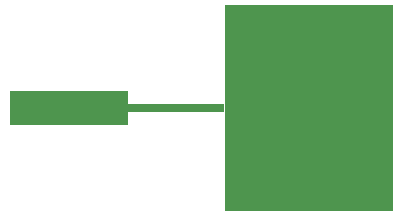
<source format=gbr>
G04 ===== Begin FILE IDENTIFICATION =====*
G04 File Format:  Gerber RS274X*
G04 ===== End FILE IDENTIFICATION =====*
%FSLAX24Y24*%
%MOIN*%
%SFA1.0000B1.0000*%
%OFA0.0B0.0*%
%ADD14R,0.562139X0.685039*%
%ADD15R,0.322441X0.029528*%
%ADD16R,0.393701X0.118110*%
%LNcond*%
%IPPOS*%
%LPD*%
G75*
D14*
X2811Y0D03*
D15*
X-1612Y0D03*
D16*
X-5193Y0D03*
M02*


</source>
